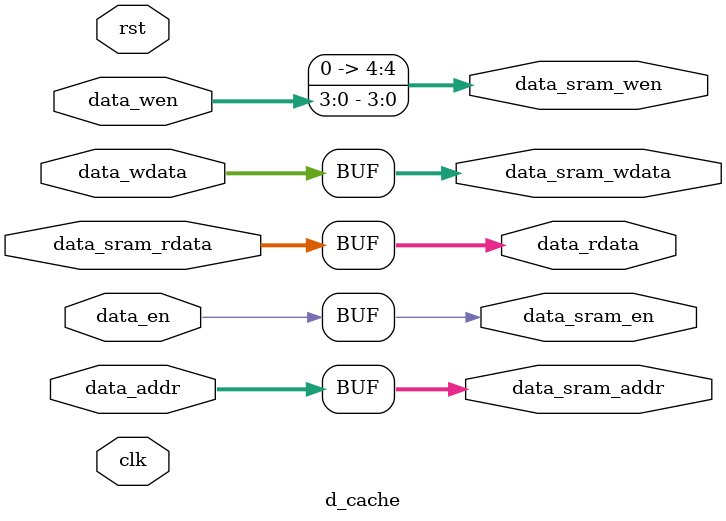
<source format=v>
module d_cache (
    input wire clk, rst,

    input wire        data_en    ,
    input wire [31:0] data_addr  ,
    output wire [31:0] data_rdata ,
    input wire [3:0] data_wen       ,
    input wire [31:0] data_wdata    ,

    output wire data_sram_en,
    output wire [4:0] data_sram_wen    ,
    output wire [31:0] data_sram_addr  ,
    output wire [31:0] data_sram_wdata ,
    input wire [31:0] data_sram_rdata
);
    assign data_rdata = data_sram_rdata;

    assign data_sram_en = data_en;
    assign data_sram_wen = data_wen;
    assign data_sram_addr = data_addr;
    assign data_sram_wdata = data_wdata;
endmodule
</source>
